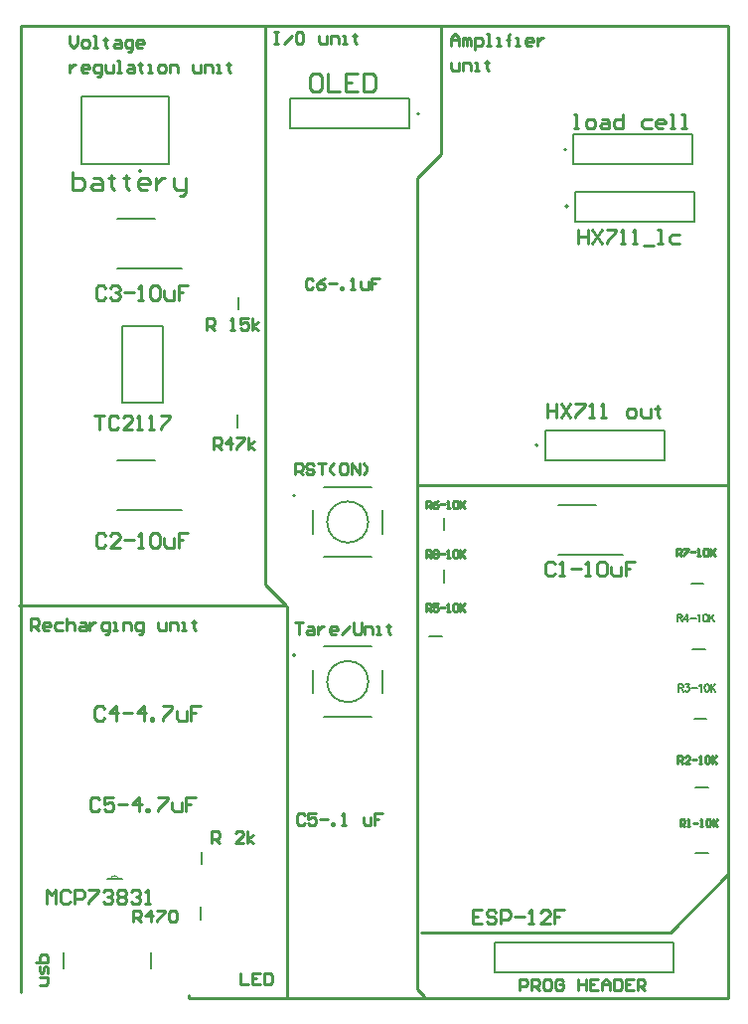
<source format=gto>
G04*
G04 #@! TF.GenerationSoftware,Altium Limited,Altium Designer,23.4.1 (23)*
G04*
G04 Layer_Color=65535*
%FSLAX44Y44*%
%MOMM*%
G71*
G04*
G04 #@! TF.SameCoordinates,F2A16652-085B-4F69-B410-D4E0E0FCB8A4*
G04*
G04*
G04 #@! TF.FilePolarity,Positive*
G04*
G01*
G75*
%ADD10C,0.1270*%
%ADD11C,0.2000*%
%ADD12C,0.0000*%
%ADD13C,0.2540*%
%ADD14C,0.1524*%
D10*
X300010Y409300D02*
G03*
X300010Y409300I-17550J0D01*
G01*
Y273410D02*
G03*
X300010Y273410I-17550J0D01*
G01*
X262460Y439250D02*
X302460D01*
X312410Y399300D02*
Y419300D01*
X262460Y379350D02*
X302460D01*
X252510Y399300D02*
Y419300D01*
X262460Y303360D02*
X302460D01*
X312410Y263410D02*
Y283410D01*
X262460Y243460D02*
X302460D01*
X252510Y263410D02*
Y283410D01*
X55910Y714370D02*
Y771870D01*
X129910D01*
Y714370D02*
Y771870D01*
X55910Y714370D02*
X129910D01*
D11*
X237740Y431800D02*
G03*
X237740Y431800I-1000J0D01*
G01*
Y295910D02*
G03*
X237740Y295910I-1000J0D01*
G01*
X444640Y474870D02*
G03*
X444640Y474870I-1000J0D01*
G01*
X343480Y756920D02*
G03*
X343480Y756920I-1000J0D01*
G01*
X470090Y678040D02*
G03*
X470090Y678040I-1000J0D01*
G01*
X468780Y726440D02*
G03*
X468780Y726440I-1000J0D01*
G01*
X106410Y708120D02*
G03*
X106410Y708120I-1000J0D01*
G01*
X85870Y667930D02*
X118120D01*
X85870Y624930D02*
X141120D01*
X351860Y311810D02*
X362620D01*
X364490Y357840D02*
Y368600D01*
X575010Y356870D02*
X585770D01*
X364490Y402290D02*
Y413050D01*
X576280Y300990D02*
X587040D01*
X577550Y241300D02*
X588310D01*
X578820Y183540D02*
X589580D01*
X578820Y127660D02*
X589580D01*
X461820Y381090D02*
X517070D01*
X461820Y424090D02*
X494070D01*
X40620Y28840D02*
Y42890D01*
X114620Y28840D02*
Y42890D01*
X450840Y462170D02*
X552440D01*
Y487570D01*
X450840D02*
X552440D01*
X450840Y462170D02*
Y487570D01*
X233680Y769620D02*
X335280D01*
X233680Y744220D02*
Y769620D01*
Y744220D02*
X335280D01*
Y769620D01*
X476290Y665340D02*
Y690740D01*
X577890D01*
Y665340D02*
Y690740D01*
X476290Y665340D02*
X577890D01*
X474980Y713740D02*
Y739140D01*
X576580D01*
Y713740D02*
Y739140D01*
X474980Y713740D02*
X576580D01*
X407670Y25400D02*
Y50800D01*
X560070Y25400D02*
Y50800D01*
X407670Y25400D02*
X560070D01*
X407670Y50800D02*
X560070D01*
X156870Y70950D02*
Y81450D01*
X158140Y117940D02*
Y128440D01*
X189370Y590380D02*
Y600880D01*
X188620Y490050D02*
Y500550D01*
X85870Y419190D02*
X141120D01*
X85870Y462190D02*
X118120D01*
X89870Y511060D02*
X124870D01*
X89870D02*
Y576060D01*
X124870D01*
Y511060D02*
Y576060D01*
X563452Y330659D02*
Y324661D01*
Y330659D02*
X566023D01*
X566880Y330374D01*
X567165Y330088D01*
X567451Y329517D01*
Y328945D01*
X567165Y328374D01*
X566880Y328088D01*
X566023Y327803D01*
X563452D01*
X565452D02*
X567451Y324661D01*
X571650Y330659D02*
X568794Y326660D01*
X573078D01*
X571650Y330659D02*
Y324661D01*
X574135Y327231D02*
X579277D01*
X581048Y329517D02*
X581619Y329802D01*
X582476Y330659D01*
Y324661D01*
X587161Y330659D02*
X586304Y330374D01*
X585733Y329517D01*
X585447Y328088D01*
Y327231D01*
X585733Y325803D01*
X586304Y324946D01*
X587161Y324661D01*
X587732D01*
X588589Y324946D01*
X589161Y325803D01*
X589446Y327231D01*
Y328088D01*
X589161Y329517D01*
X588589Y330374D01*
X587732Y330659D01*
X587161D01*
X590789D02*
Y324661D01*
X594788Y330659D02*
X590789Y326660D01*
X592217Y328088D02*
X594788Y324661D01*
X564722Y270969D02*
Y264971D01*
Y270969D02*
X567293D01*
X568150Y270684D01*
X568436Y270398D01*
X568721Y269827D01*
Y269255D01*
X568436Y268684D01*
X568150Y268398D01*
X567293Y268113D01*
X564722D01*
X566721D02*
X568721Y264971D01*
X570635Y270969D02*
X573777D01*
X572063Y268684D01*
X572920D01*
X573492Y268398D01*
X573777Y268113D01*
X574063Y267256D01*
Y266685D01*
X573777Y265828D01*
X573206Y265256D01*
X572349Y264971D01*
X571492D01*
X570635Y265256D01*
X570349Y265542D01*
X570064Y266113D01*
X575405Y267542D02*
X580547D01*
X582318Y269827D02*
X582890Y270112D01*
X583746Y270969D01*
Y264971D01*
X588431Y270969D02*
X587574Y270684D01*
X587003Y269827D01*
X586717Y268398D01*
Y267542D01*
X587003Y266113D01*
X587574Y265256D01*
X588431Y264971D01*
X589002D01*
X589859Y265256D01*
X590431Y266113D01*
X590716Y267542D01*
Y268398D01*
X590431Y269827D01*
X589859Y270684D01*
X589002Y270969D01*
X588431D01*
X592059D02*
Y264971D01*
X596058Y270969D02*
X592059Y266970D01*
X593487Y268398D02*
X596058Y264971D01*
D12*
X86868Y105156D02*
G03*
X80772Y105156I-3048J0D01*
G01*
D13*
X147320Y3810D02*
Y6350D01*
X341630Y11430D02*
X347980Y5080D01*
X342900Y440690D02*
X607060D01*
X557530Y59690D02*
X607060Y109220D01*
X345440Y59690D02*
X557530D01*
X361950Y722630D02*
Y831850D01*
X341630Y702310D02*
X361950Y722630D01*
X341630Y11430D02*
Y702310D01*
X212090Y355600D02*
Y831850D01*
Y355600D02*
X229870Y337820D01*
X2540D02*
X229870D01*
X2540D02*
X229870D01*
X231140Y336550D01*
Y5080D02*
Y336550D01*
X147320Y3810D02*
X607060D01*
Y831850D01*
X3810D02*
X607060D01*
X3810Y8890D02*
Y831850D01*
X370840Y815174D02*
Y821839D01*
X374172Y825171D01*
X377505Y821839D01*
Y815174D01*
Y820173D01*
X370840D01*
X380837Y815174D02*
Y821839D01*
X382503D01*
X384169Y820173D01*
Y815174D01*
Y820173D01*
X385835Y821839D01*
X387501Y820173D01*
Y815174D01*
X390834Y811842D02*
Y821839D01*
X395832D01*
X397498Y820173D01*
Y816841D01*
X395832Y815174D01*
X390834D01*
X400830D02*
X404163D01*
X402496D01*
Y825171D01*
X400830D01*
X409161Y815174D02*
X412493D01*
X410827D01*
Y821839D01*
X409161D01*
X419158Y815174D02*
Y823505D01*
Y820173D01*
X417492D01*
X420824D01*
X419158D01*
Y823505D01*
X420824Y825171D01*
X425822Y815174D02*
X429155D01*
X427488D01*
Y821839D01*
X425822D01*
X439151Y815174D02*
X435819D01*
X434153Y816841D01*
Y820173D01*
X435819Y821839D01*
X439151D01*
X440817Y820173D01*
Y818507D01*
X434153D01*
X444150Y821839D02*
Y815174D01*
Y818507D01*
X445816Y820173D01*
X447482Y821839D01*
X449148D01*
X370840Y800415D02*
Y795416D01*
X372506Y793750D01*
X377505D01*
Y800415D01*
X380837Y793750D02*
Y800415D01*
X385835D01*
X387501Y798748D01*
Y793750D01*
X390834D02*
X394166D01*
X392500D01*
Y800415D01*
X390834D01*
X400830Y802081D02*
Y800415D01*
X399164D01*
X402496D01*
X400830D01*
Y795416D01*
X402496Y793750D01*
X45720Y823423D02*
Y816759D01*
X49052Y813427D01*
X52385Y816759D01*
Y823423D01*
X57383Y813427D02*
X60715D01*
X62381Y815093D01*
Y818425D01*
X60715Y820091D01*
X57383D01*
X55717Y818425D01*
Y815093D01*
X57383Y813427D01*
X65714D02*
X69046D01*
X67380D01*
Y823423D01*
X65714D01*
X75710Y821757D02*
Y820091D01*
X74044D01*
X77376D01*
X75710D01*
Y815093D01*
X77376Y813427D01*
X84041Y820091D02*
X87373D01*
X89039Y818425D01*
Y813427D01*
X84041D01*
X82375Y815093D01*
X84041Y816759D01*
X89039D01*
X95704Y810094D02*
X97370D01*
X99036Y811760D01*
Y820091D01*
X94038D01*
X92372Y818425D01*
Y815093D01*
X94038Y813427D01*
X99036D01*
X107367D02*
X104035D01*
X102368Y815093D01*
Y818425D01*
X104035Y820091D01*
X107367D01*
X109033Y818425D01*
Y816759D01*
X102368D01*
X45720Y798667D02*
Y792002D01*
Y795334D01*
X47386Y797001D01*
X49052Y798667D01*
X50718D01*
X60715Y792002D02*
X57383D01*
X55717Y793668D01*
Y797001D01*
X57383Y798667D01*
X60715D01*
X62381Y797001D01*
Y795334D01*
X55717D01*
X69046Y788670D02*
X70712D01*
X72378Y790336D01*
Y798667D01*
X67380D01*
X65714Y797001D01*
Y793668D01*
X67380Y792002D01*
X72378D01*
X75710Y798667D02*
Y793668D01*
X77376Y792002D01*
X82375D01*
Y798667D01*
X85707Y792002D02*
X89039D01*
X87373D01*
Y801999D01*
X85707D01*
X95704Y798667D02*
X99036D01*
X100702Y797001D01*
Y792002D01*
X95704D01*
X94038Y793668D01*
X95704Y795334D01*
X100702D01*
X105701Y800333D02*
Y798667D01*
X104035D01*
X107367D01*
X105701D01*
Y793668D01*
X107367Y792002D01*
X112365D02*
X115697D01*
X114031D01*
Y798667D01*
X112365D01*
X122362Y792002D02*
X125694D01*
X127360Y793668D01*
Y797001D01*
X125694Y798667D01*
X122362D01*
X120696Y797001D01*
Y793668D01*
X122362Y792002D01*
X130693D02*
Y798667D01*
X135691D01*
X137357Y797001D01*
Y792002D01*
X150686Y798667D02*
Y793668D01*
X152352Y792002D01*
X157351D01*
Y798667D01*
X160683Y792002D02*
Y798667D01*
X165681D01*
X167347Y797001D01*
Y792002D01*
X170680D02*
X174012D01*
X172346D01*
Y798667D01*
X170680D01*
X180676Y800333D02*
Y798667D01*
X179010D01*
X182343D01*
X180676D01*
Y793668D01*
X182343Y792002D01*
X12700Y317022D02*
Y327019D01*
X17698D01*
X19365Y325353D01*
Y322021D01*
X17698Y320354D01*
X12700D01*
X16032D02*
X19365Y317022D01*
X27695D02*
X24363D01*
X22697Y318688D01*
Y322021D01*
X24363Y323687D01*
X27695D01*
X29361Y322021D01*
Y320354D01*
X22697D01*
X39358Y323687D02*
X34360D01*
X32694Y322021D01*
Y318688D01*
X34360Y317022D01*
X39358D01*
X42690Y327019D02*
Y317022D01*
Y322021D01*
X44356Y323687D01*
X47689D01*
X49355Y322021D01*
Y317022D01*
X54353Y323687D02*
X57685D01*
X59352Y322021D01*
Y317022D01*
X54353D01*
X52687Y318688D01*
X54353Y320354D01*
X59352D01*
X62684Y323687D02*
Y317022D01*
Y320354D01*
X64350Y322021D01*
X66016Y323687D01*
X67682D01*
X76013Y313690D02*
X77679D01*
X79345Y315356D01*
Y323687D01*
X74347D01*
X72681Y322021D01*
Y318688D01*
X74347Y317022D01*
X79345D01*
X82677D02*
X86010D01*
X84344D01*
Y323687D01*
X82677D01*
X91008Y317022D02*
Y323687D01*
X96006D01*
X97673Y322021D01*
Y317022D01*
X104337Y313690D02*
X106003D01*
X107669Y315356D01*
Y323687D01*
X102671D01*
X101005Y322021D01*
Y318688D01*
X102671Y317022D01*
X107669D01*
X120998Y323687D02*
Y318688D01*
X122665Y317022D01*
X127663D01*
Y323687D01*
X130995Y317022D02*
Y323687D01*
X135994D01*
X137660Y322021D01*
Y317022D01*
X140992D02*
X144324D01*
X142658D01*
Y323687D01*
X140992D01*
X150989Y325353D02*
Y323687D01*
X149323D01*
X152655D01*
X150989D01*
Y318688D01*
X152655Y317022D01*
X219710Y826607D02*
X223042D01*
X221376D01*
Y816610D01*
X219710D01*
X223042D01*
X228041D02*
X234705Y823275D01*
X243036Y826607D02*
X239704D01*
X238037Y824941D01*
Y818276D01*
X239704Y816610D01*
X243036D01*
X244702Y818276D01*
Y824941D01*
X243036Y826607D01*
X258031Y823275D02*
Y818276D01*
X259697Y816610D01*
X264695D01*
Y823275D01*
X268028Y816610D02*
Y823275D01*
X273026D01*
X274692Y821608D01*
Y816610D01*
X278025D02*
X281357D01*
X279691D01*
Y823275D01*
X278025D01*
X288021Y824941D02*
Y823275D01*
X286355D01*
X289687D01*
X288021D01*
Y818276D01*
X289687Y816610D01*
X349265Y333551D02*
Y339549D01*
X352264D01*
X353264Y338549D01*
Y336550D01*
X352264Y335550D01*
X349265D01*
X351265D02*
X353264Y333551D01*
X359262Y339549D02*
X355263D01*
Y336550D01*
X357263Y337550D01*
X358262D01*
X359262Y336550D01*
Y334551D01*
X358262Y333551D01*
X356263D01*
X355263Y334551D01*
X361261Y336550D02*
X365260D01*
X367259Y333551D02*
X369259D01*
X368259D01*
Y339549D01*
X367259Y338549D01*
X372258D02*
X373258Y339549D01*
X375257D01*
X376257Y338549D01*
Y334551D01*
X375257Y333551D01*
X373258D01*
X372258Y334551D01*
Y338549D01*
X378256Y339549D02*
Y333551D01*
Y335550D01*
X382255Y339549D01*
X379256Y336550D01*
X382255Y333551D01*
X349265Y379271D02*
Y385269D01*
X352264D01*
X353264Y384269D01*
Y382270D01*
X352264Y381270D01*
X349265D01*
X351265D02*
X353264Y379271D01*
X355263Y384269D02*
X356263Y385269D01*
X358262D01*
X359262Y384269D01*
Y383270D01*
X358262Y382270D01*
X359262Y381270D01*
Y380271D01*
X358262Y379271D01*
X356263D01*
X355263Y380271D01*
Y381270D01*
X356263Y382270D01*
X355263Y383270D01*
Y384269D01*
X356263Y382270D02*
X358262D01*
X361261D02*
X365260D01*
X367259Y379271D02*
X369259D01*
X368259D01*
Y385269D01*
X367259Y384269D01*
X372258D02*
X373258Y385269D01*
X375257D01*
X376257Y384269D01*
Y380271D01*
X375257Y379271D01*
X373258D01*
X372258Y380271D01*
Y384269D01*
X378256Y385269D02*
Y379271D01*
Y381270D01*
X382255Y385269D01*
X379256Y382270D01*
X382255Y379271D01*
X562625Y380541D02*
Y386539D01*
X565624D01*
X566624Y385539D01*
Y383540D01*
X565624Y382540D01*
X562625D01*
X564625D02*
X566624Y380541D01*
X568623Y386539D02*
X572622D01*
Y385539D01*
X568623Y381541D01*
Y380541D01*
X574622Y383540D02*
X578620D01*
X580620Y380541D02*
X582619D01*
X581619D01*
Y386539D01*
X580620Y385539D01*
X585618D02*
X586618Y386539D01*
X588617D01*
X589617Y385539D01*
Y381541D01*
X588617Y380541D01*
X586618D01*
X585618Y381541D01*
Y385539D01*
X591616Y386539D02*
Y380541D01*
Y382540D01*
X595615Y386539D01*
X592616Y383540D01*
X595615Y380541D01*
X349265Y421181D02*
Y427179D01*
X352264D01*
X353264Y426179D01*
Y424180D01*
X352264Y423180D01*
X349265D01*
X351265D02*
X353264Y421181D01*
X359262Y427179D02*
X357263Y426179D01*
X355263Y424180D01*
Y422181D01*
X356263Y421181D01*
X358262D01*
X359262Y422181D01*
Y423180D01*
X358262Y424180D01*
X355263D01*
X361261D02*
X365260D01*
X367259Y421181D02*
X369259D01*
X368259D01*
Y427179D01*
X367259Y426179D01*
X372258D02*
X373258Y427179D01*
X375257D01*
X376257Y426179D01*
Y422181D01*
X375257Y421181D01*
X373258D01*
X372258Y422181D01*
Y426179D01*
X378256Y427179D02*
Y421181D01*
Y423180D01*
X382255Y427179D01*
X379256Y424180D01*
X382255Y421181D01*
X237236Y449580D02*
Y459577D01*
X242234D01*
X243901Y457911D01*
Y454578D01*
X242234Y452912D01*
X237236D01*
X240568D02*
X243901Y449580D01*
X253897Y457911D02*
X252231Y459577D01*
X248899D01*
X247233Y457911D01*
Y456245D01*
X248899Y454578D01*
X252231D01*
X253897Y452912D01*
Y451246D01*
X252231Y449580D01*
X248899D01*
X247233Y451246D01*
X257230Y459577D02*
X263894D01*
X260562D01*
Y449580D01*
X270559D02*
X267226Y452912D01*
Y456245D01*
X270559Y459577D01*
X280555D02*
X277223D01*
X275557Y457911D01*
Y451246D01*
X277223Y449580D01*
X280555D01*
X282222Y451246D01*
Y457911D01*
X280555Y459577D01*
X285554Y449580D02*
Y459577D01*
X292218Y449580D01*
Y459577D01*
X295550Y449580D02*
X298883Y452912D01*
Y456245D01*
X295550Y459577D01*
X237236Y323687D02*
X243901D01*
X240568D01*
Y313690D01*
X248899Y320354D02*
X252231D01*
X253897Y318688D01*
Y313690D01*
X248899D01*
X247233Y315356D01*
X248899Y317022D01*
X253897D01*
X257230Y320354D02*
Y313690D01*
Y317022D01*
X258896Y318688D01*
X260562Y320354D01*
X262228D01*
X272225Y313690D02*
X268892D01*
X267226Y315356D01*
Y318688D01*
X268892Y320354D01*
X272225D01*
X273891Y318688D01*
Y317022D01*
X267226D01*
X277223Y313690D02*
X283888Y320354D01*
X287220Y323687D02*
Y315356D01*
X288886Y313690D01*
X292218D01*
X293884Y315356D01*
Y323687D01*
X297217Y313690D02*
Y320354D01*
X302215D01*
X303881Y318688D01*
Y313690D01*
X307213D02*
X310546D01*
X308880D01*
Y320354D01*
X307213D01*
X317210Y322021D02*
Y320354D01*
X315544D01*
X318876D01*
X317210D01*
Y315356D01*
X318876Y313690D01*
X253138Y615472D02*
X251472Y617138D01*
X248140D01*
X246474Y615472D01*
Y608808D01*
X248140Y607142D01*
X251472D01*
X253138Y608808D01*
X263135Y617138D02*
X259803Y615472D01*
X256470Y612140D01*
Y608808D01*
X258137Y607142D01*
X261469D01*
X263135Y608808D01*
Y610474D01*
X261469Y612140D01*
X256470D01*
X266467D02*
X273132D01*
X276464Y607142D02*
Y608808D01*
X278130D01*
Y607142D01*
X276464D01*
X284795D02*
X288127D01*
X286461D01*
Y617138D01*
X284795Y615472D01*
X293125Y613806D02*
Y608808D01*
X294791Y607142D01*
X299790D01*
Y613806D01*
X309786Y617138D02*
X303122D01*
Y612140D01*
X306454D01*
X303122D01*
Y607142D01*
X245600Y159542D02*
X243934Y161208D01*
X240601D01*
X238935Y159542D01*
Y152878D01*
X240601Y151212D01*
X243934D01*
X245600Y152878D01*
X255596Y161208D02*
X248932D01*
Y156210D01*
X252264Y157876D01*
X253930D01*
X255596Y156210D01*
Y152878D01*
X253930Y151212D01*
X250598D01*
X248932Y152878D01*
X258929Y156210D02*
X265593D01*
X268925Y151212D02*
Y152878D01*
X270592D01*
Y151212D01*
X268925D01*
X277256D02*
X280588D01*
X278922D01*
Y161208D01*
X277256Y159542D01*
X295584Y157876D02*
Y152878D01*
X297250Y151212D01*
X302248D01*
Y157876D01*
X312245Y161208D02*
X305580D01*
Y156210D01*
X308913D01*
X305580D01*
Y151212D01*
X452385Y510078D02*
Y498082D01*
Y504080D01*
X460383D01*
Y510078D01*
Y498082D01*
X464382Y510078D02*
X472379Y498082D01*
Y510078D02*
X464382Y498082D01*
X476378Y510078D02*
X484375D01*
Y508079D01*
X476378Y500081D01*
Y498082D01*
X488374D02*
X492373D01*
X490373D01*
Y510078D01*
X488374Y508079D01*
X498371Y498082D02*
X502369D01*
X500370D01*
Y510078D01*
X498371Y508079D01*
X522363Y498082D02*
X526362D01*
X528361Y500081D01*
Y504080D01*
X526362Y506079D01*
X522363D01*
X520364Y504080D01*
Y500081D01*
X522363Y498082D01*
X532360Y506079D02*
Y500081D01*
X534359Y498082D01*
X540357D01*
Y506079D01*
X546355Y508079D02*
Y506079D01*
X544356D01*
X548354D01*
X546355D01*
Y500081D01*
X548354Y498082D01*
X479024Y658368D02*
Y646372D01*
Y652370D01*
X487021D01*
Y658368D01*
Y646372D01*
X491020Y658368D02*
X499017Y646372D01*
Y658368D02*
X491020Y646372D01*
X503016Y658368D02*
X511014D01*
Y656368D01*
X503016Y648371D01*
Y646372D01*
X515012D02*
X519011D01*
X517012D01*
Y658368D01*
X515012Y656368D01*
X525009Y646372D02*
X529008D01*
X527008D01*
Y658368D01*
X525009Y656368D01*
X535006Y644372D02*
X543003D01*
X547002Y646372D02*
X551001D01*
X549001D01*
Y658368D01*
X547002D01*
X564996Y654369D02*
X558998D01*
X556999Y652370D01*
Y648371D01*
X558998Y646372D01*
X564996D01*
X19924Y14611D02*
X24922D01*
X26588Y16277D01*
Y21275D01*
X19924D01*
X26588Y24608D02*
Y29606D01*
X24922Y31272D01*
X23256Y29606D01*
Y26274D01*
X21590Y24608D01*
X19924Y26274D01*
Y31272D01*
X16592Y34604D02*
X26588D01*
Y39603D01*
X24922Y41269D01*
X23256D01*
X21590D01*
X19924Y39603D01*
Y34604D01*
X99783Y68662D02*
Y78658D01*
X104781D01*
X106447Y76992D01*
Y73660D01*
X104781Y71994D01*
X99783D01*
X103115D02*
X106447Y68662D01*
X114778D02*
Y78658D01*
X109779Y73660D01*
X116444D01*
X119776Y78658D02*
X126441D01*
Y76992D01*
X119776Y70328D01*
Y68662D01*
X129773Y76992D02*
X131439Y78658D01*
X134771D01*
X136437Y76992D01*
Y70328D01*
X134771Y68662D01*
X131439D01*
X129773Y70328D01*
Y76992D01*
X167926Y471252D02*
Y481248D01*
X172924D01*
X174590Y479582D01*
Y476250D01*
X172924Y474584D01*
X167926D01*
X171258D02*
X174590Y471252D01*
X182921D02*
Y481248D01*
X177922Y476250D01*
X184587D01*
X187919Y481248D02*
X194584D01*
Y479582D01*
X187919Y472918D01*
Y471252D01*
X197916D02*
Y481248D01*
Y474584D02*
X202914Y477916D01*
X197916Y474584D02*
X202914Y471252D01*
X162490Y572852D02*
Y582848D01*
X167489D01*
X169155Y581182D01*
Y577850D01*
X167489Y576184D01*
X162490D01*
X165823D02*
X169155Y572852D01*
X182484D02*
X185816D01*
X184150D01*
Y582848D01*
X182484Y581182D01*
X197479Y582848D02*
X190814D01*
Y577850D01*
X194147Y579516D01*
X195813D01*
X197479Y577850D01*
Y574518D01*
X195813Y572852D01*
X192481D01*
X190814Y574518D01*
X200811Y572852D02*
Y582848D01*
Y576184D02*
X205810Y579516D01*
X200811Y576184D02*
X205810Y572852D01*
X166656Y135972D02*
Y145968D01*
X171654D01*
X173320Y144302D01*
Y140970D01*
X171654Y139304D01*
X166656D01*
X169988D02*
X173320Y135972D01*
X193314D02*
X186649D01*
X193314Y142636D01*
Y144302D01*
X191648Y145968D01*
X188315D01*
X186649Y144302D01*
X196646Y135972D02*
Y145968D01*
Y139304D02*
X201644Y142636D01*
X196646Y139304D02*
X201644Y135972D01*
X563895Y204011D02*
Y210009D01*
X566894D01*
X567894Y209009D01*
Y207010D01*
X566894Y206010D01*
X563895D01*
X565895D02*
X567894Y204011D01*
X573892D02*
X569893D01*
X573892Y208010D01*
Y209009D01*
X572892Y210009D01*
X570893D01*
X569893Y209009D01*
X575891Y207010D02*
X579890D01*
X581889Y204011D02*
X583889D01*
X582889D01*
Y210009D01*
X581889Y209009D01*
X586888D02*
X587888Y210009D01*
X589887D01*
X590887Y209009D01*
Y205011D01*
X589887Y204011D01*
X587888D01*
X586888Y205011D01*
Y209009D01*
X592886Y210009D02*
Y204011D01*
Y206010D01*
X596885Y210009D01*
X593886Y207010D01*
X596885Y204011D01*
X565665Y150061D02*
Y156059D01*
X568664D01*
X569664Y155059D01*
Y153060D01*
X568664Y152060D01*
X565665D01*
X567665D02*
X569664Y150061D01*
X571663D02*
X573663D01*
X572663D01*
Y156059D01*
X571663Y155059D01*
X576662Y153060D02*
X580660D01*
X582660Y150061D02*
X584659D01*
X583659D01*
Y156059D01*
X582660Y155059D01*
X587658D02*
X588658Y156059D01*
X590657D01*
X591657Y155059D01*
Y151061D01*
X590657Y150061D01*
X588658D01*
X587658Y151061D01*
Y155059D01*
X593656Y156059D02*
Y150061D01*
Y152060D01*
X597655Y156059D01*
X594656Y153060D01*
X597655Y150061D01*
X429284Y10242D02*
Y20238D01*
X434282D01*
X435948Y18572D01*
Y15240D01*
X434282Y13574D01*
X429284D01*
X439281Y10242D02*
Y20238D01*
X444279D01*
X445945Y18572D01*
Y15240D01*
X444279Y13574D01*
X439281D01*
X442613D02*
X445945Y10242D01*
X454276Y20238D02*
X450943D01*
X449277Y18572D01*
Y11908D01*
X450943Y10242D01*
X454276D01*
X455942Y11908D01*
Y18572D01*
X454276Y20238D01*
X465939Y18572D02*
X464273Y20238D01*
X460940D01*
X459274Y18572D01*
Y11908D01*
X460940Y10242D01*
X464273D01*
X465939Y11908D01*
Y15240D01*
X462606D01*
X479268Y20238D02*
Y10242D01*
Y15240D01*
X485932D01*
Y20238D01*
Y10242D01*
X495929Y20238D02*
X489264D01*
Y10242D01*
X495929D01*
X489264Y15240D02*
X492597D01*
X499261Y10242D02*
Y16906D01*
X502594Y20238D01*
X505926Y16906D01*
Y10242D01*
Y15240D01*
X499261D01*
X509258Y20238D02*
Y10242D01*
X514257D01*
X515923Y11908D01*
Y18572D01*
X514257Y20238D01*
X509258D01*
X525919D02*
X519255D01*
Y10242D01*
X525919D01*
X519255Y15240D02*
X522587D01*
X529252Y10242D02*
Y20238D01*
X534250D01*
X535916Y18572D01*
Y15240D01*
X534250Y13574D01*
X529252D01*
X532584D02*
X535916Y10242D01*
X25864Y84172D02*
Y96168D01*
X29863Y92169D01*
X33862Y96168D01*
Y84172D01*
X45858Y94169D02*
X43858Y96168D01*
X39860D01*
X37860Y94169D01*
Y86171D01*
X39860Y84172D01*
X43858D01*
X45858Y86171D01*
X49857Y84172D02*
Y96168D01*
X55855D01*
X57854Y94169D01*
Y90170D01*
X55855Y88171D01*
X49857D01*
X61853Y96168D02*
X69850D01*
Y94169D01*
X61853Y86171D01*
Y84172D01*
X73849Y94169D02*
X75848Y96168D01*
X79847D01*
X81846Y94169D01*
Y92169D01*
X79847Y90170D01*
X77847D01*
X79847D01*
X81846Y88171D01*
Y86171D01*
X79847Y84172D01*
X75848D01*
X73849Y86171D01*
X85845Y94169D02*
X87844Y96168D01*
X91843D01*
X93842Y94169D01*
Y92169D01*
X91843Y90170D01*
X93842Y88171D01*
Y86171D01*
X91843Y84172D01*
X87844D01*
X85845Y86171D01*
Y88171D01*
X87844Y90170D01*
X85845Y92169D01*
Y94169D01*
X87844Y90170D02*
X91843D01*
X97841Y94169D02*
X99840Y96168D01*
X103839D01*
X105838Y94169D01*
Y92169D01*
X103839Y90170D01*
X101840D01*
X103839D01*
X105838Y88171D01*
Y86171D01*
X103839Y84172D01*
X99840D01*
X97841Y86171D01*
X109837Y84172D02*
X113836D01*
X111836D01*
Y96168D01*
X109837Y94169D01*
X191141Y25318D02*
Y15322D01*
X197806D01*
X207802Y25318D02*
X201138D01*
Y15322D01*
X207802D01*
X201138Y20320D02*
X204470D01*
X211134Y25318D02*
Y15322D01*
X216133D01*
X217799Y16988D01*
Y23652D01*
X216133Y25318D01*
X211134D01*
X48276Y707387D02*
Y692152D01*
X55893D01*
X58432Y694691D01*
Y697230D01*
Y699769D01*
X55893Y702308D01*
X48276D01*
X66050D02*
X71128D01*
X73667Y699769D01*
Y692152D01*
X66050D01*
X63511Y694691D01*
X66050Y697230D01*
X73667D01*
X81285Y704847D02*
Y702308D01*
X78746D01*
X83824D01*
X81285D01*
Y694691D01*
X83824Y692152D01*
X93981Y704847D02*
Y702308D01*
X91442D01*
X96520D01*
X93981D01*
Y694691D01*
X96520Y692152D01*
X111755D02*
X106677D01*
X104137Y694691D01*
Y699769D01*
X106677Y702308D01*
X111755D01*
X114294Y699769D01*
Y697230D01*
X104137D01*
X119373Y702308D02*
Y692152D01*
Y697230D01*
X121912Y699769D01*
X124451Y702308D01*
X126990D01*
X134608D02*
Y694691D01*
X137147Y692152D01*
X144764D01*
Y689613D01*
X142225Y687073D01*
X139686D01*
X144764Y692152D02*
Y702308D01*
X475256Y744572D02*
X479254D01*
X477255D01*
Y756568D01*
X475256D01*
X487252Y744572D02*
X491250D01*
X493250Y746571D01*
Y750570D01*
X491250Y752569D01*
X487252D01*
X485252Y750570D01*
Y746571D01*
X487252Y744572D01*
X499248Y752569D02*
X503246D01*
X505246Y750570D01*
Y744572D01*
X499248D01*
X497248Y746571D01*
X499248Y748571D01*
X505246D01*
X517242Y756568D02*
Y744572D01*
X511244D01*
X509244Y746571D01*
Y750570D01*
X511244Y752569D01*
X517242D01*
X541234D02*
X535236D01*
X533237Y750570D01*
Y746571D01*
X535236Y744572D01*
X541234D01*
X551231D02*
X547232D01*
X545233Y746571D01*
Y750570D01*
X547232Y752569D01*
X551231D01*
X553230Y750570D01*
Y748571D01*
X545233D01*
X557229Y744572D02*
X561228D01*
X559228D01*
Y756568D01*
X557229D01*
X567226Y744572D02*
X571225D01*
X569225D01*
Y756568D01*
X567226D01*
X257817Y791208D02*
X252738D01*
X250199Y788668D01*
Y778512D01*
X252738Y775973D01*
X257817D01*
X260356Y778512D01*
Y788668D01*
X257817Y791208D01*
X265434D02*
Y775973D01*
X275591D01*
X290826Y791208D02*
X280669D01*
Y775973D01*
X290826D01*
X280669Y783590D02*
X285748D01*
X295904Y791208D02*
Y775973D01*
X303522D01*
X306061Y778512D01*
Y788668D01*
X303522Y791208D01*
X295904D01*
X396930Y78938D02*
X388932D01*
Y66942D01*
X396930D01*
X388932Y72940D02*
X392931D01*
X408926Y76939D02*
X406927Y78938D01*
X402928D01*
X400929Y76939D01*
Y74939D01*
X402928Y72940D01*
X406927D01*
X408926Y70941D01*
Y68941D01*
X406927Y66942D01*
X402928D01*
X400929Y68941D01*
X412925Y66942D02*
Y78938D01*
X418923D01*
X420922Y76939D01*
Y72940D01*
X418923Y70941D01*
X412925D01*
X424921Y72940D02*
X432918D01*
X436917Y66942D02*
X440916D01*
X438916D01*
Y78938D01*
X436917Y76939D01*
X454911Y66942D02*
X446914D01*
X454911Y74939D01*
Y76939D01*
X452912Y78938D01*
X448913D01*
X446914Y76939D01*
X466907Y78938D02*
X458910D01*
Y72940D01*
X462909D01*
X458910D01*
Y66942D01*
X70852Y172909D02*
X68852Y174908D01*
X64854D01*
X62854Y172909D01*
Y164911D01*
X64854Y162912D01*
X68852D01*
X70852Y164911D01*
X82848Y174908D02*
X74850D01*
Y168910D01*
X78849Y170909D01*
X80849D01*
X82848Y168910D01*
Y164911D01*
X80849Y162912D01*
X76850D01*
X74850Y164911D01*
X86847Y168910D02*
X94844D01*
X104841Y162912D02*
Y174908D01*
X98843Y168910D01*
X106840D01*
X110839Y162912D02*
Y164911D01*
X112838D01*
Y162912D01*
X110839D01*
X120836Y174908D02*
X128833D01*
Y172909D01*
X120836Y164911D01*
Y162912D01*
X132832Y170909D02*
Y164911D01*
X134831Y162912D01*
X140829D01*
Y170909D01*
X152825Y174908D02*
X144828D01*
Y168910D01*
X148827D01*
X144828D01*
Y162912D01*
X74882Y250379D02*
X72883Y252378D01*
X68884D01*
X66885Y250379D01*
Y242381D01*
X68884Y240382D01*
X72883D01*
X74882Y242381D01*
X84879Y240382D02*
Y252378D01*
X78881Y246380D01*
X86878D01*
X90877D02*
X98874D01*
X108871Y240382D02*
Y252378D01*
X102873Y246380D01*
X110870D01*
X114869Y240382D02*
Y242381D01*
X116868D01*
Y240382D01*
X114869D01*
X124866Y252378D02*
X132863D01*
Y250379D01*
X124866Y242381D01*
Y240382D01*
X136862Y248379D02*
Y242381D01*
X138861Y240382D01*
X144859D01*
Y248379D01*
X156855Y252378D02*
X148858D01*
Y246380D01*
X152857D01*
X148858D01*
Y240382D01*
X76130Y608519D02*
X74131Y610518D01*
X70132D01*
X68133Y608519D01*
Y600521D01*
X70132Y598522D01*
X74131D01*
X76130Y600521D01*
X80129Y608519D02*
X82128Y610518D01*
X86127D01*
X88126Y608519D01*
Y606519D01*
X86127Y604520D01*
X84127D01*
X86127D01*
X88126Y602521D01*
Y600521D01*
X86127Y598522D01*
X82128D01*
X80129Y600521D01*
X92125Y604520D02*
X100122D01*
X104121Y598522D02*
X108120D01*
X106120D01*
Y610518D01*
X104121Y608519D01*
X114118D02*
X116117Y610518D01*
X120116D01*
X122115Y608519D01*
Y600521D01*
X120116Y598522D01*
X116117D01*
X114118Y600521D01*
Y608519D01*
X126114Y606519D02*
Y600521D01*
X128113Y598522D01*
X134111D01*
Y606519D01*
X146107Y610518D02*
X138110D01*
Y604520D01*
X142109D01*
X138110D01*
Y598522D01*
X76130Y397699D02*
X74131Y399698D01*
X70132D01*
X68133Y397699D01*
Y389701D01*
X70132Y387702D01*
X74131D01*
X76130Y389701D01*
X88126Y387702D02*
X80129D01*
X88126Y395699D01*
Y397699D01*
X86127Y399698D01*
X82128D01*
X80129Y397699D01*
X92125Y393700D02*
X100122D01*
X104121Y387702D02*
X108120D01*
X106120D01*
Y399698D01*
X104121Y397699D01*
X114118D02*
X116117Y399698D01*
X120116D01*
X122115Y397699D01*
Y389701D01*
X120116Y387702D01*
X116117D01*
X114118Y389701D01*
Y397699D01*
X126114Y395699D02*
Y389701D01*
X128113Y387702D01*
X134111D01*
Y395699D01*
X146107Y399698D02*
X138110D01*
Y393700D01*
X142109D01*
X138110D01*
Y387702D01*
X459130Y373569D02*
X457131Y375568D01*
X453132D01*
X451133Y373569D01*
Y365571D01*
X453132Y363572D01*
X457131D01*
X459130Y365571D01*
X463129Y363572D02*
X467127D01*
X465128D01*
Y375568D01*
X463129Y373569D01*
X473125Y369570D02*
X481123D01*
X485121Y363572D02*
X489120D01*
X487121D01*
Y375568D01*
X485121Y373569D01*
X495118D02*
X497118Y375568D01*
X501116D01*
X503116Y373569D01*
Y365571D01*
X501116Y363572D01*
X497118D01*
X495118Y365571D01*
Y373569D01*
X507114Y371569D02*
Y365571D01*
X509114Y363572D01*
X515112D01*
Y371569D01*
X527108Y375568D02*
X519110D01*
Y369570D01*
X523109D01*
X519110D01*
Y363572D01*
X66942Y500028D02*
X74939D01*
X70941D01*
Y488032D01*
X86936Y498029D02*
X84936Y500028D01*
X80938D01*
X78938Y498029D01*
Y490031D01*
X80938Y488032D01*
X84936D01*
X86936Y490031D01*
X98932Y488032D02*
X90934D01*
X98932Y496029D01*
Y498029D01*
X96932Y500028D01*
X92934D01*
X90934Y498029D01*
X102930Y488032D02*
X106929D01*
X104930D01*
Y500028D01*
X102930Y498029D01*
X112927Y488032D02*
X116926D01*
X114927D01*
Y500028D01*
X112927Y498029D01*
X122924Y500028D02*
X130921D01*
Y498029D01*
X122924Y490031D01*
Y488032D01*
D14*
X86868Y105156D02*
X89916D01*
X80772D02*
X86868D01*
X77724D02*
X80772D01*
M02*

</source>
